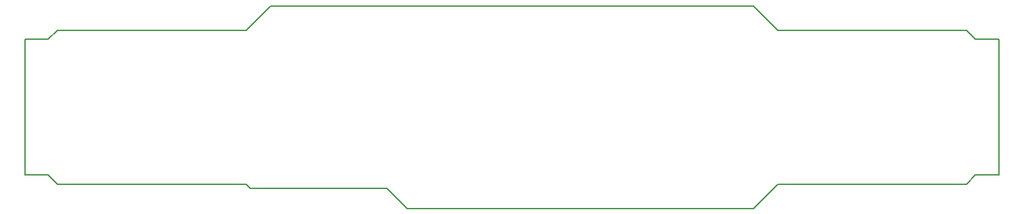
<source format=gbr>
G04 #@! TF.FileFunction,Profile,NP*
%FSLAX46Y46*%
G04 Gerber Fmt 4.6, Leading zero omitted, Abs format (unit mm)*
G04 Created by KiCad (PCBNEW 4.0.0-rc1-stable) date 2/20/2017 10:27:06 PM*
%MOMM*%
G01*
G04 APERTURE LIST*
%ADD10C,0.100000*%
%ADD11C,0.150000*%
G04 APERTURE END LIST*
D10*
D11*
X111379000Y-111760000D02*
X94234000Y-111760000D01*
X113919000Y-114300000D02*
X111379000Y-111760000D01*
X94234000Y-111760000D02*
X93726000Y-111252000D01*
X127000000Y-114300000D02*
X113919000Y-114300000D01*
X93726000Y-91948000D02*
X96774000Y-88900000D01*
X96774000Y-88900000D02*
X127000000Y-88900000D01*
X68961000Y-110109000D02*
X66040000Y-110109000D01*
X66040000Y-110109000D02*
X66040000Y-93091000D01*
X70104000Y-111252000D02*
X68961000Y-110109000D01*
X70104000Y-91948000D02*
X68961000Y-93091000D01*
X70104000Y-91948000D02*
X93726000Y-91948000D01*
X66040000Y-93091000D02*
X68961000Y-93091000D01*
X93726000Y-111252000D02*
X70104000Y-111252000D01*
X157226000Y-114300000D02*
X127000000Y-114300000D01*
X160274000Y-111252000D02*
X157226000Y-114300000D01*
X183896000Y-111252000D02*
X160274000Y-111252000D01*
X183896000Y-111252000D02*
X185039000Y-110109000D01*
X187960000Y-110109000D02*
X185039000Y-110109000D01*
X187960000Y-93091000D02*
X187960000Y-110109000D01*
X185039000Y-93091000D02*
X187960000Y-93091000D01*
X183896000Y-91948000D02*
X185039000Y-93091000D01*
X160274000Y-91948000D02*
X183896000Y-91948000D01*
X157226000Y-88900000D02*
X160274000Y-91948000D01*
X127000000Y-88900000D02*
X157226000Y-88900000D01*
M02*

</source>
